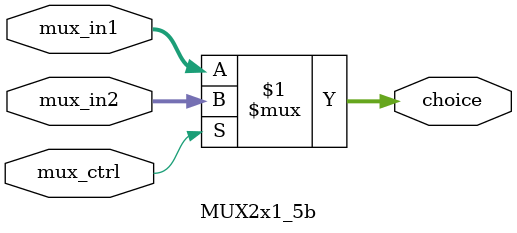
<source format=v>
`timescale 1ns / 1ps
module MUX2x1_5b(choice, mux_in1, mux_in2, mux_ctrl);	////output, input, input, ctrl
	
	output	[4:0]	choice;
	input	[4:0]	mux_in1, mux_in2;
	input			mux_ctrl;

	assign choice = mux_ctrl? mux_in2 : mux_in1;
	
endmodule

</source>
